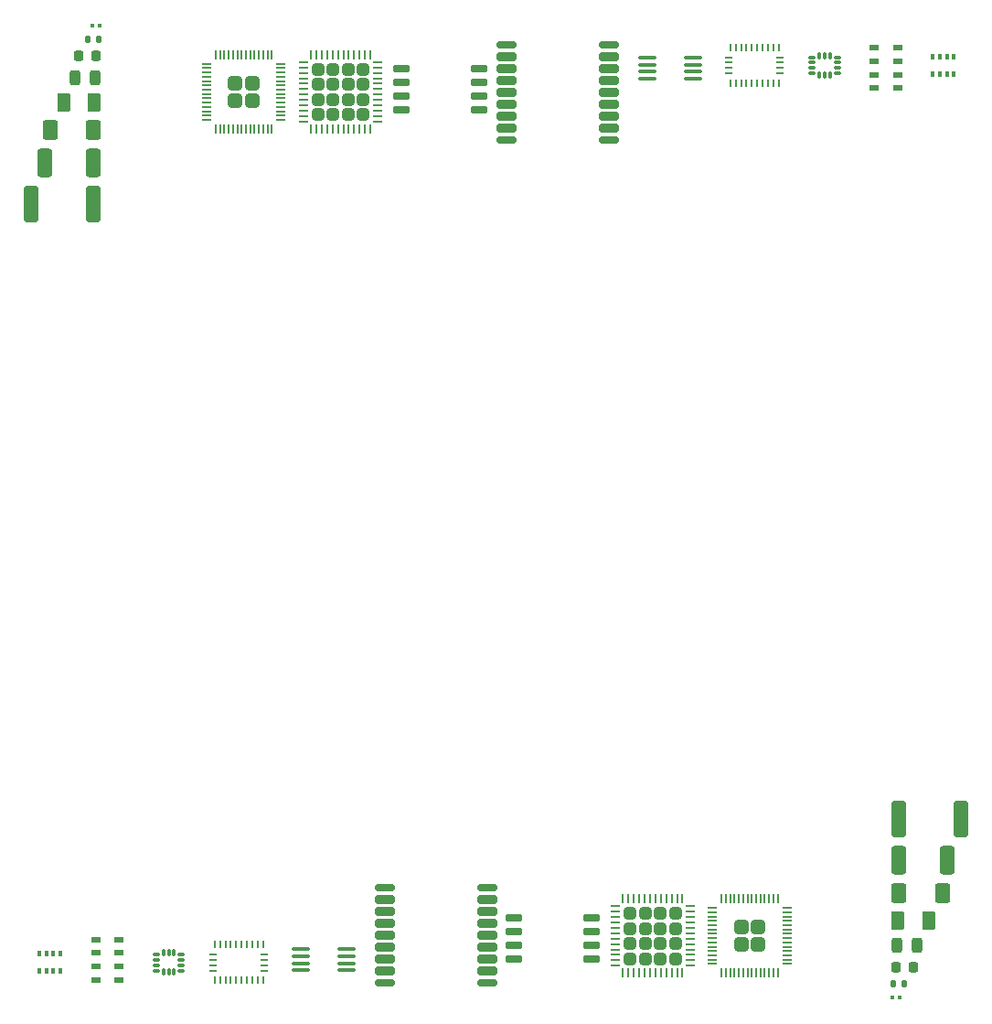
<source format=gbr>
G04 #@! TF.GenerationSoftware,KiCad,Pcbnew,8.0.2*
G04 #@! TF.CreationDate,2024-10-23T21:31:03+03:00*
G04 #@! TF.ProjectId,card_template,63617264-5f74-4656-9d70-6c6174652e6b,00*
G04 #@! TF.SameCoordinates,Original*
G04 #@! TF.FileFunction,Paste,Top*
G04 #@! TF.FilePolarity,Positive*
%FSLAX46Y46*%
G04 Gerber Fmt 4.6, Leading zero omitted, Abs format (unit mm)*
G04 Created by KiCad (PCBNEW 8.0.2) date 2024-10-23 21:31:03*
%MOMM*%
%LPD*%
G01*
G04 APERTURE LIST*
G04 Aperture macros list*
%AMRoundRect*
0 Rectangle with rounded corners*
0 $1 Rounding radius*
0 $2 $3 $4 $5 $6 $7 $8 $9 X,Y pos of 4 corners*
0 Add a 4 corners polygon primitive as box body*
4,1,4,$2,$3,$4,$5,$6,$7,$8,$9,$2,$3,0*
0 Add four circle primitives for the rounded corners*
1,1,$1+$1,$2,$3*
1,1,$1+$1,$4,$5*
1,1,$1+$1,$6,$7*
1,1,$1+$1,$8,$9*
0 Add four rect primitives between the rounded corners*
20,1,$1+$1,$2,$3,$4,$5,0*
20,1,$1+$1,$4,$5,$6,$7,0*
20,1,$1+$1,$6,$7,$8,$9,0*
20,1,$1+$1,$8,$9,$2,$3,0*%
G04 Aperture macros list end*
%ADD10RoundRect,0.250000X-0.425000X-1.425000X0.425000X-1.425000X0.425000X1.425000X-0.425000X1.425000X0*%
%ADD11RoundRect,0.250000X-0.425000X-1.075000X0.425000X-1.075000X0.425000X1.075000X-0.425000X1.075000X0*%
%ADD12RoundRect,0.249999X-0.450001X-0.650001X0.450001X-0.650001X0.450001X0.650001X-0.450001X0.650001X0*%
%ADD13RoundRect,0.250000X-0.375000X-0.625000X0.375000X-0.625000X0.375000X0.625000X-0.375000X0.625000X0*%
%ADD14RoundRect,0.243750X-0.243750X-0.456250X0.243750X-0.456250X0.243750X0.456250X-0.243750X0.456250X0*%
%ADD15RoundRect,0.218750X-0.218750X-0.256250X0.218750X-0.256250X0.218750X0.256250X-0.218750X0.256250X0*%
%ADD16RoundRect,0.147500X-0.147500X-0.172500X0.147500X-0.172500X0.147500X0.172500X-0.147500X0.172500X0*%
%ADD17RoundRect,0.079500X-0.079500X-0.100500X0.079500X-0.100500X0.079500X0.100500X-0.079500X0.100500X0*%
%ADD18RoundRect,0.249999X-0.395001X-0.395001X0.395001X-0.395001X0.395001X0.395001X-0.395001X0.395001X0*%
%ADD19RoundRect,0.050000X-0.387500X-0.050000X0.387500X-0.050000X0.387500X0.050000X-0.387500X0.050000X0*%
%ADD20RoundRect,0.050000X-0.050000X-0.387500X0.050000X-0.387500X0.050000X0.387500X-0.050000X0.387500X0*%
%ADD21RoundRect,0.250000X0.425000X1.075000X-0.425000X1.075000X-0.425000X-1.075000X0.425000X-1.075000X0*%
%ADD22RoundRect,0.100000X0.712500X0.100000X-0.712500X0.100000X-0.712500X-0.100000X0.712500X-0.100000X0*%
%ADD23R,0.254000X0.675000*%
%ADD24R,0.675000X0.254000*%
%ADD25RoundRect,0.249999X0.395001X0.395001X-0.395001X0.395001X-0.395001X-0.395001X0.395001X-0.395001X0*%
%ADD26RoundRect,0.050000X0.387500X0.050000X-0.387500X0.050000X-0.387500X-0.050000X0.387500X-0.050000X0*%
%ADD27RoundRect,0.050000X0.050000X0.387500X-0.050000X0.387500X-0.050000X-0.387500X0.050000X-0.387500X0*%
%ADD28RoundRect,0.250000X0.315000X0.315000X-0.315000X0.315000X-0.315000X-0.315000X0.315000X-0.315000X0*%
%ADD29RoundRect,0.062500X0.375000X0.062500X-0.375000X0.062500X-0.375000X-0.062500X0.375000X-0.062500X0*%
%ADD30RoundRect,0.062500X0.062500X0.375000X-0.062500X0.375000X-0.062500X-0.375000X0.062500X-0.375000X0*%
%ADD31RoundRect,0.243750X0.243750X0.456250X-0.243750X0.456250X-0.243750X-0.456250X0.243750X-0.456250X0*%
%ADD32RoundRect,0.087500X0.225000X0.087500X-0.225000X0.087500X-0.225000X-0.087500X0.225000X-0.087500X0*%
%ADD33RoundRect,0.087500X0.087500X0.225000X-0.087500X0.225000X-0.087500X-0.225000X0.087500X-0.225000X0*%
%ADD34RoundRect,0.100000X-0.712500X-0.100000X0.712500X-0.100000X0.712500X0.100000X-0.712500X0.100000X0*%
%ADD35RoundRect,0.218750X0.218750X0.256250X-0.218750X0.256250X-0.218750X-0.256250X0.218750X-0.256250X0*%
%ADD36RoundRect,0.250000X0.425000X1.425000X-0.425000X1.425000X-0.425000X-1.425000X0.425000X-1.425000X0*%
%ADD37RoundRect,0.150000X0.650000X0.150000X-0.650000X0.150000X-0.650000X-0.150000X0.650000X-0.150000X0*%
%ADD38RoundRect,0.150000X-0.650000X-0.150000X0.650000X-0.150000X0.650000X0.150000X-0.650000X0.150000X0*%
%ADD39RoundRect,0.249999X0.450001X0.650001X-0.450001X0.650001X-0.450001X-0.650001X0.450001X-0.650001X0*%
%ADD40RoundRect,0.087500X-0.225000X-0.087500X0.225000X-0.087500X0.225000X0.087500X-0.225000X0.087500X0*%
%ADD41RoundRect,0.087500X-0.087500X-0.225000X0.087500X-0.225000X0.087500X0.225000X-0.087500X0.225000X0*%
%ADD42R,0.950000X0.550000*%
%ADD43RoundRect,0.250000X-0.315000X-0.315000X0.315000X-0.315000X0.315000X0.315000X-0.315000X0.315000X0*%
%ADD44RoundRect,0.062500X-0.375000X-0.062500X0.375000X-0.062500X0.375000X0.062500X-0.375000X0.062500X0*%
%ADD45RoundRect,0.062500X-0.062500X-0.375000X0.062500X-0.375000X0.062500X0.375000X-0.062500X0.375000X0*%
%ADD46RoundRect,0.079500X0.079500X0.100500X-0.079500X0.100500X-0.079500X-0.100500X0.079500X-0.100500X0*%
%ADD47R,0.350000X0.500000*%
%ADD48RoundRect,0.250000X0.375000X0.625000X-0.375000X0.625000X-0.375000X-0.625000X0.375000X-0.625000X0*%
%ADD49RoundRect,0.175000X-0.725000X-0.175000X0.725000X-0.175000X0.725000X0.175000X-0.725000X0.175000X0*%
%ADD50RoundRect,0.200000X-0.700000X-0.200000X0.700000X-0.200000X0.700000X0.200000X-0.700000X0.200000X0*%
%ADD51RoundRect,0.147500X0.147500X0.172500X-0.147500X0.172500X-0.147500X-0.172500X0.147500X-0.172500X0*%
%ADD52RoundRect,0.175000X0.725000X0.175000X-0.725000X0.175000X-0.725000X-0.175000X0.725000X-0.175000X0*%
%ADD53RoundRect,0.200000X0.700000X0.200000X-0.700000X0.200000X-0.700000X-0.200000X0.700000X-0.200000X0*%
G04 APERTURE END LIST*
D10*
X90990000Y-65101000D03*
X96790000Y-65101000D03*
D11*
X92280000Y-61291000D03*
X96780000Y-61291000D03*
D12*
X92760000Y-58243000D03*
X96760000Y-58243000D03*
D13*
X94030000Y-55703000D03*
X96830000Y-55703000D03*
D14*
X95092500Y-53417000D03*
X96967500Y-53417000D03*
D15*
X95442500Y-51385000D03*
X97017500Y-51385000D03*
D16*
X96295000Y-49861000D03*
X97265000Y-49861000D03*
D17*
X96665000Y-48591000D03*
X97355000Y-48591000D03*
D18*
X109900000Y-53900000D03*
X109900000Y-55500000D03*
X111500000Y-53900000D03*
X111500000Y-55500000D03*
D19*
X107262500Y-52100000D03*
X107262500Y-52500000D03*
X107262500Y-52900000D03*
X107262500Y-53300000D03*
X107262500Y-53700000D03*
X107262500Y-54100000D03*
X107262500Y-54500000D03*
X107262500Y-54900000D03*
X107262500Y-55300000D03*
X107262500Y-55700000D03*
X107262500Y-56100000D03*
X107262500Y-56500000D03*
X107262500Y-56900000D03*
X107262500Y-57300000D03*
D20*
X108100000Y-58137500D03*
X108500000Y-58137500D03*
X108900000Y-58137500D03*
X109300000Y-58137500D03*
X109700000Y-58137500D03*
X110100000Y-58137500D03*
X110500000Y-58137500D03*
X110900000Y-58137500D03*
X111300000Y-58137500D03*
X111700000Y-58137500D03*
X112100000Y-58137500D03*
X112500000Y-58137500D03*
X112900000Y-58137500D03*
X113300000Y-58137500D03*
D19*
X114137500Y-57300000D03*
X114137500Y-56900000D03*
X114137500Y-56500000D03*
X114137500Y-56100000D03*
X114137500Y-55700000D03*
X114137500Y-55300000D03*
X114137500Y-54900000D03*
X114137500Y-54500000D03*
X114137500Y-54100000D03*
X114137500Y-53700000D03*
X114137500Y-53300000D03*
X114137500Y-52900000D03*
X114137500Y-52500000D03*
X114137500Y-52100000D03*
D20*
X113300000Y-51262500D03*
X112900000Y-51262500D03*
X112500000Y-51262500D03*
X112100000Y-51262500D03*
X111700000Y-51262500D03*
X111300000Y-51262500D03*
X110900000Y-51262500D03*
X110500000Y-51262500D03*
X110100000Y-51262500D03*
X109700000Y-51262500D03*
X109300000Y-51262500D03*
X108900000Y-51262500D03*
X108500000Y-51262500D03*
X108100000Y-51262500D03*
D21*
X175860000Y-125810000D03*
X171360000Y-125810000D03*
D22*
X120187500Y-135975000D03*
X120187500Y-135325000D03*
X120187500Y-134675000D03*
X120187500Y-134025000D03*
X115962500Y-134025000D03*
X115962500Y-134675000D03*
X115962500Y-135325000D03*
X115962500Y-135975000D03*
D23*
X112500000Y-136912500D03*
D24*
X112637500Y-136000000D03*
X112637500Y-135500000D03*
X112637500Y-135000000D03*
X112637500Y-134500000D03*
D23*
X112500000Y-133587500D03*
X112000000Y-133587500D03*
X111500000Y-133587500D03*
X111000000Y-133587500D03*
X110500000Y-133587500D03*
X110000000Y-133587500D03*
X109500000Y-133587500D03*
X109000000Y-133587500D03*
X108500000Y-133587500D03*
X108000000Y-133587500D03*
D24*
X107862500Y-134500000D03*
X107862500Y-135000000D03*
X107862500Y-135500000D03*
X107862500Y-136000000D03*
D23*
X108000000Y-136912500D03*
X108500000Y-136912500D03*
X109000000Y-136912500D03*
X109500000Y-136912500D03*
X110000000Y-136912500D03*
X110500000Y-136912500D03*
X111000000Y-136912500D03*
X111500000Y-136912500D03*
X112000000Y-136912500D03*
D25*
X158350000Y-133600000D03*
X158350000Y-132000000D03*
X156750000Y-133600000D03*
X156750000Y-132000000D03*
D26*
X160987500Y-135400000D03*
X160987500Y-135000000D03*
X160987500Y-134600000D03*
X160987500Y-134200000D03*
X160987500Y-133800000D03*
X160987500Y-133400000D03*
X160987500Y-133000000D03*
X160987500Y-132600000D03*
X160987500Y-132200000D03*
X160987500Y-131800000D03*
X160987500Y-131400000D03*
X160987500Y-131000000D03*
X160987500Y-130600000D03*
X160987500Y-130200000D03*
D27*
X160150000Y-129362500D03*
X159750000Y-129362500D03*
X159350000Y-129362500D03*
X158950000Y-129362500D03*
X158550000Y-129362500D03*
X158150000Y-129362500D03*
X157750000Y-129362500D03*
X157350000Y-129362500D03*
X156950000Y-129362500D03*
X156550000Y-129362500D03*
X156150000Y-129362500D03*
X155750000Y-129362500D03*
X155350000Y-129362500D03*
X154950000Y-129362500D03*
D26*
X154112500Y-130200000D03*
X154112500Y-130600000D03*
X154112500Y-131000000D03*
X154112500Y-131400000D03*
X154112500Y-131800000D03*
X154112500Y-132200000D03*
X154112500Y-132600000D03*
X154112500Y-133000000D03*
X154112500Y-133400000D03*
X154112500Y-133800000D03*
X154112500Y-134200000D03*
X154112500Y-134600000D03*
X154112500Y-135000000D03*
X154112500Y-135400000D03*
D27*
X154950000Y-136237500D03*
X155350000Y-136237500D03*
X155750000Y-136237500D03*
X156150000Y-136237500D03*
X156550000Y-136237500D03*
X156950000Y-136237500D03*
X157350000Y-136237500D03*
X157750000Y-136237500D03*
X158150000Y-136237500D03*
X158550000Y-136237500D03*
X158950000Y-136237500D03*
X159350000Y-136237500D03*
X159750000Y-136237500D03*
X160150000Y-136237500D03*
D28*
X150675000Y-134900000D03*
X150675000Y-133500000D03*
X150675000Y-132100000D03*
X150675000Y-130700000D03*
X149275000Y-134900000D03*
X149275000Y-133500000D03*
X149275000Y-132100000D03*
X149275000Y-130700000D03*
X147875000Y-134900000D03*
X147875000Y-133500000D03*
X147875000Y-132100000D03*
X147875000Y-130700000D03*
X146475000Y-134900000D03*
X146475000Y-133500000D03*
X146475000Y-132100000D03*
X146475000Y-130700000D03*
D29*
X152012500Y-135550000D03*
X152012500Y-135050000D03*
X152012500Y-134550000D03*
X152012500Y-134050000D03*
X152012500Y-133550000D03*
X152012500Y-133050000D03*
X152012500Y-132550000D03*
X152012500Y-132050000D03*
X152012500Y-131550000D03*
X152012500Y-131050000D03*
X152012500Y-130550000D03*
X152012500Y-130050000D03*
D30*
X151325000Y-129362500D03*
X150825000Y-129362500D03*
X150325000Y-129362500D03*
X149825000Y-129362500D03*
X149325000Y-129362500D03*
X148825000Y-129362500D03*
X148325000Y-129362500D03*
X147825000Y-129362500D03*
X147325000Y-129362500D03*
X146825000Y-129362500D03*
X146325000Y-129362500D03*
X145825000Y-129362500D03*
D29*
X145137500Y-130050000D03*
X145137500Y-130550000D03*
X145137500Y-131050000D03*
X145137500Y-131550000D03*
X145137500Y-132050000D03*
X145137500Y-132550000D03*
X145137500Y-133050000D03*
X145137500Y-133550000D03*
X145137500Y-134050000D03*
X145137500Y-134550000D03*
X145137500Y-135050000D03*
X145137500Y-135550000D03*
D30*
X145825000Y-136237500D03*
X146325000Y-136237500D03*
X146825000Y-136237500D03*
X147325000Y-136237500D03*
X147825000Y-136237500D03*
X148325000Y-136237500D03*
X148825000Y-136237500D03*
X149325000Y-136237500D03*
X149825000Y-136237500D03*
X150325000Y-136237500D03*
X150825000Y-136237500D03*
X151325000Y-136237500D03*
D31*
X173047500Y-133684000D03*
X171172500Y-133684000D03*
D32*
X104912500Y-136000000D03*
X104912500Y-135500000D03*
X104912500Y-135000000D03*
X104912500Y-134500000D03*
D33*
X104250000Y-134337500D03*
X103750000Y-134337500D03*
X103250000Y-134337500D03*
D32*
X102587500Y-134500000D03*
X102587500Y-135000000D03*
X102587500Y-135500000D03*
X102587500Y-136000000D03*
D33*
X103250000Y-136162500D03*
X103750000Y-136162500D03*
X104250000Y-136162500D03*
D34*
X148062500Y-51525000D03*
X148062500Y-52175000D03*
X148062500Y-52825000D03*
X148062500Y-53475000D03*
X152287500Y-53475000D03*
X152287500Y-52825000D03*
X152287500Y-52175000D03*
X152287500Y-51525000D03*
D35*
X172697500Y-135716000D03*
X171122500Y-135716000D03*
D36*
X177150000Y-122000000D03*
X171350000Y-122000000D03*
D37*
X142925000Y-134905000D03*
X142925000Y-133635000D03*
X142925000Y-132365000D03*
X142925000Y-131095000D03*
X135725000Y-131095000D03*
X135725000Y-132365000D03*
X135725000Y-133635000D03*
X135725000Y-134905000D03*
D38*
X125325000Y-52595000D03*
X125325000Y-53865000D03*
X125325000Y-55135000D03*
X125325000Y-56405000D03*
X132525000Y-56405000D03*
X132525000Y-55135000D03*
X132525000Y-53865000D03*
X132525000Y-52595000D03*
D33*
X103750000Y-136162500D03*
D23*
X155750000Y-50587500D03*
D24*
X155612500Y-51500000D03*
X155612500Y-52000000D03*
X155612500Y-52500000D03*
X155612500Y-53000000D03*
D23*
X155750000Y-53912500D03*
X156250000Y-53912500D03*
X156750000Y-53912500D03*
X157250000Y-53912500D03*
X157750000Y-53912500D03*
X158250000Y-53912500D03*
X158750000Y-53912500D03*
X159250000Y-53912500D03*
X159750000Y-53912500D03*
X160250000Y-53912500D03*
D24*
X160387500Y-53000000D03*
X160387500Y-52500000D03*
X160387500Y-52000000D03*
X160387500Y-51500000D03*
D23*
X160250000Y-50587500D03*
X159750000Y-50587500D03*
X159250000Y-50587500D03*
X158750000Y-50587500D03*
X158250000Y-50587500D03*
X157750000Y-50587500D03*
X157250000Y-50587500D03*
X156750000Y-50587500D03*
X156250000Y-50587500D03*
D28*
X146475000Y-134900000D03*
D39*
X175380000Y-128858000D03*
X171380000Y-128858000D03*
D40*
X163337500Y-51500000D03*
X163337500Y-52000000D03*
X163337500Y-52500000D03*
X163337500Y-53000000D03*
D41*
X164000000Y-53162500D03*
X164500000Y-53162500D03*
X165000000Y-53162500D03*
D40*
X165662500Y-53000000D03*
X165662500Y-52500000D03*
X165662500Y-52000000D03*
X165662500Y-51500000D03*
D41*
X165000000Y-51337500D03*
X164500000Y-51337500D03*
X164000000Y-51337500D03*
D42*
X169100000Y-50625000D03*
X169100000Y-51875000D03*
X169100000Y-53125000D03*
X169100000Y-54375000D03*
X171250000Y-54375000D03*
X171250000Y-53125000D03*
X171250000Y-51875000D03*
X171250000Y-50625000D03*
D43*
X117575000Y-52600000D03*
X117575000Y-54000000D03*
X117575000Y-55400000D03*
X117575000Y-56800000D03*
X118975000Y-52600000D03*
X118975000Y-54000000D03*
X118975000Y-55400000D03*
X118975000Y-56800000D03*
X120375000Y-52600000D03*
X120375000Y-54000000D03*
X120375000Y-55400000D03*
X120375000Y-56800000D03*
X121775000Y-52600000D03*
X121775000Y-54000000D03*
X121775000Y-55400000D03*
X121775000Y-56800000D03*
D44*
X116237500Y-51950000D03*
X116237500Y-52450000D03*
X116237500Y-52950000D03*
X116237500Y-53450000D03*
X116237500Y-53950000D03*
X116237500Y-54450000D03*
X116237500Y-54950000D03*
X116237500Y-55450000D03*
X116237500Y-55950000D03*
X116237500Y-56450000D03*
X116237500Y-56950000D03*
X116237500Y-57450000D03*
D45*
X116925000Y-58137500D03*
X117425000Y-58137500D03*
X117925000Y-58137500D03*
X118425000Y-58137500D03*
X118925000Y-58137500D03*
X119425000Y-58137500D03*
X119925000Y-58137500D03*
X120425000Y-58137500D03*
X120925000Y-58137500D03*
X121425000Y-58137500D03*
X121925000Y-58137500D03*
X122425000Y-58137500D03*
D44*
X123112500Y-57450000D03*
X123112500Y-56950000D03*
X123112500Y-56450000D03*
X123112500Y-55950000D03*
X123112500Y-55450000D03*
X123112500Y-54950000D03*
X123112500Y-54450000D03*
X123112500Y-53950000D03*
X123112500Y-53450000D03*
X123112500Y-52950000D03*
X123112500Y-52450000D03*
X123112500Y-51950000D03*
D45*
X122425000Y-51262500D03*
X121925000Y-51262500D03*
X121425000Y-51262500D03*
X120925000Y-51262500D03*
X120425000Y-51262500D03*
X119925000Y-51262500D03*
X119425000Y-51262500D03*
X118925000Y-51262500D03*
X118425000Y-51262500D03*
X117925000Y-51262500D03*
X117425000Y-51262500D03*
X116925000Y-51262500D03*
D42*
X99150000Y-136875000D03*
X99150000Y-135625000D03*
X99150000Y-134375000D03*
X99150000Y-133125000D03*
X97000000Y-133125000D03*
X97000000Y-134375000D03*
X97000000Y-135625000D03*
X97000000Y-136875000D03*
D46*
X171475000Y-138510000D03*
X170785000Y-138510000D03*
D47*
X174525000Y-51450000D03*
X175175000Y-51450000D03*
X175825000Y-51450000D03*
X176475000Y-51450000D03*
X176475000Y-53050000D03*
X175825000Y-53050000D03*
X175175000Y-53050000D03*
X174525000Y-53050000D03*
D48*
X174110000Y-131398000D03*
X171310000Y-131398000D03*
D47*
X93725000Y-136050000D03*
X93075000Y-136050000D03*
X92425000Y-136050000D03*
X91775000Y-136050000D03*
X91775000Y-134450000D03*
X92425000Y-134450000D03*
X93075000Y-134450000D03*
X93725000Y-134450000D03*
D49*
X135000000Y-50350000D03*
D50*
X135000000Y-51450000D03*
X135000000Y-52550000D03*
X135000000Y-53650000D03*
X135000000Y-54750000D03*
X135000000Y-55850000D03*
X135000000Y-56950000D03*
X135000000Y-58050000D03*
D49*
X135000000Y-59150000D03*
X144500000Y-59150000D03*
D50*
X144500000Y-58050000D03*
X144500000Y-56950000D03*
X144500000Y-55850000D03*
X144500000Y-54750000D03*
X144500000Y-53650000D03*
X144500000Y-52550000D03*
X144500000Y-51450000D03*
D49*
X144500000Y-50350000D03*
D51*
X171845000Y-137240000D03*
X170875000Y-137240000D03*
D52*
X133250000Y-137150000D03*
D53*
X133250000Y-136050000D03*
X133250000Y-134950000D03*
X133250000Y-133850000D03*
X133250000Y-132750000D03*
X133250000Y-131650000D03*
X133250000Y-130550000D03*
X133250000Y-129450000D03*
D52*
X133250000Y-128350000D03*
X123750000Y-128350000D03*
D53*
X123750000Y-129450000D03*
X123750000Y-130550000D03*
X123750000Y-131650000D03*
X123750000Y-132750000D03*
X123750000Y-133850000D03*
X123750000Y-134950000D03*
X123750000Y-136050000D03*
D52*
X123750000Y-137150000D03*
M02*

</source>
